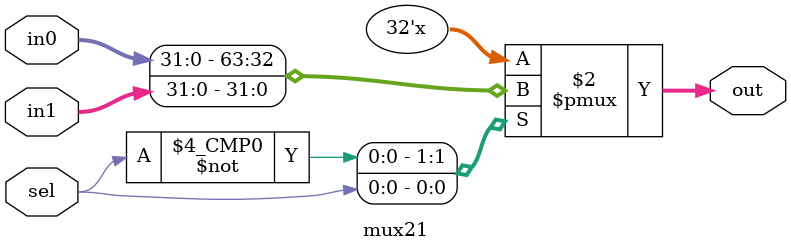
<source format=sv>
module mux21(input logic [31:0] in0,in1,input logic sel,output logic [31:0] out );

always_comb begin
 case(sel)
   0: out = in0;
   1: out = in1;
   default: out = 0;
endcase
end
endmodule

</source>
